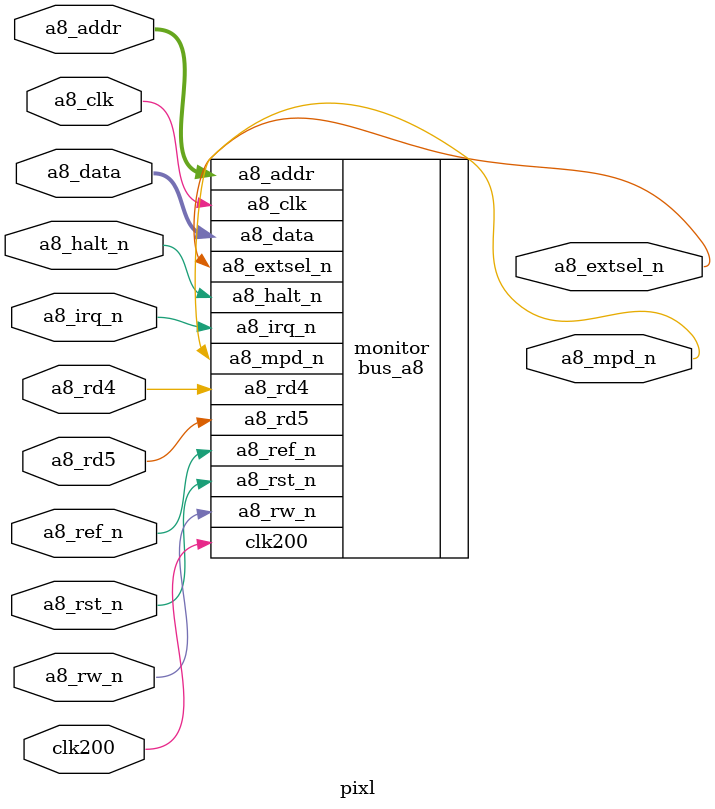
<source format=v>
`timescale 1ns/1ns

module pixl
    (
    input 				clk200,			// Main FPGA clock from PLL @ 200 MHz
	input				a8_clk,			// A8 clock @ ~1.8MHz
	input				a8_rw_n,		// A8 read/write signal
	input				a8_halt_n,		// A8 /HALT signal
	input				a8_irq_n,		// A8 /IRQ signal
	input	[15:0]		a8_addr,		// A8 address bus
	input	[7:0]		a8_data,		// A8 data bus
	input				a8_rst_n,		// A8 /RST signal
	input				a8_rd5,			// A8 rd5 cartridge signal
	input				a8_rd4,			// A8 rd4 cartridge signal
	input				a8_ref_n,		// A8 Dram refresh (/REF) signal
	output 				a8_mpd_n,		// A8 Math-Pak Disable (/MPD) signal
	output 				a8_extsel_n		// A8 external selection signal
    );


    ///////////////////////////////////////////////////////////////////////////
    // Instantiate a bus-monitor
    ///////////////////////////////////////////////////////////////////////////
	bus_a8 monitor
		(
		.clk200(clk200),
		.a8_clk(a8_clk),
		.a8_rw_n(a8_rw_n),
		.a8_halt_n(a8_halt_n),
		.a8_irq_n(a8_irq_n),
		.a8_addr(a8_addr),
		.a8_data(a8_data),
		.a8_rst_n(a8_rst_n),
		.a8_rd5(a8_rd5),
		.a8_rd4(a8_rd4),
		.a8_ref_n(a8_ref_n),
		.a8_mpd_n(a8_mpd_n),
		.a8_extsel_n(a8_extsel_n)
		);

endmodule

</source>
